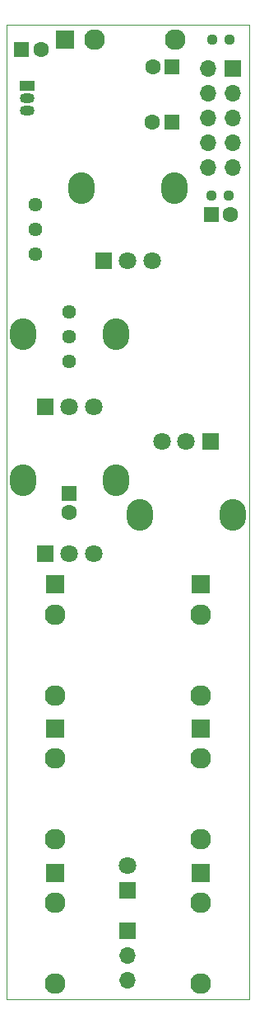
<source format=gbr>
%TF.GenerationSoftware,KiCad,Pcbnew,8.0.0*%
%TF.CreationDate,2024-08-08T14:00:08-07:00*%
%TF.ProjectId,vco,76636f2e-6b69-4636-9164-5f7063625858,rev?*%
%TF.SameCoordinates,Original*%
%TF.FileFunction,Soldermask,Top*%
%TF.FilePolarity,Negative*%
%FSLAX46Y46*%
G04 Gerber Fmt 4.6, Leading zero omitted, Abs format (unit mm)*
G04 Created by KiCad (PCBNEW 8.0.0) date 2024-08-08 14:00:08*
%MOMM*%
%LPD*%
G01*
G04 APERTURE LIST*
G04 Aperture macros list*
%AMRoundRect*
0 Rectangle with rounded corners*
0 $1 Rounding radius*
0 $2 $3 $4 $5 $6 $7 $8 $9 X,Y pos of 4 corners*
0 Add a 4 corners polygon primitive as box body*
4,1,4,$2,$3,$4,$5,$6,$7,$8,$9,$2,$3,0*
0 Add four circle primitives for the rounded corners*
1,1,$1+$1,$2,$3*
1,1,$1+$1,$4,$5*
1,1,$1+$1,$6,$7*
1,1,$1+$1,$8,$9*
0 Add four rect primitives between the rounded corners*
20,1,$1+$1,$2,$3,$4,$5,0*
20,1,$1+$1,$4,$5,$6,$7,0*
20,1,$1+$1,$6,$7,$8,$9,0*
20,1,$1+$1,$8,$9,$2,$3,0*%
G04 Aperture macros list end*
%ADD10RoundRect,0.237500X0.250000X0.237500X-0.250000X0.237500X-0.250000X-0.237500X0.250000X-0.237500X0*%
%ADD11RoundRect,0.237500X-0.250000X-0.237500X0.250000X-0.237500X0.250000X0.237500X-0.250000X0.237500X0*%
%ADD12R,1.600000X1.600000*%
%ADD13C,1.600000*%
%ADD14O,2.720000X3.240000*%
%ADD15R,1.800000X1.800000*%
%ADD16C,1.800000*%
%ADD17C,1.440000*%
%ADD18R,1.500000X1.050000*%
%ADD19O,1.500000X1.050000*%
%ADD20R,1.930000X1.830000*%
%ADD21C,2.130000*%
%ADD22R,1.700000X1.700000*%
%ADD23O,1.700000X1.700000*%
%ADD24R,1.830000X1.930000*%
%TA.AperFunction,Profile*%
%ADD25C,0.050000*%
%TD*%
G04 APERTURE END LIST*
D10*
%TO.C,FB2*%
X72912500Y-67500000D03*
X71087500Y-67500000D03*
%TD*%
D11*
%TO.C,FB1*%
X71175000Y-51500000D03*
X73000000Y-51500000D03*
%TD*%
D12*
%TO.C,C1*%
X56500000Y-98044888D03*
D13*
X56500000Y-100044888D03*
%TD*%
D14*
%TO.C,RV7*%
X51700000Y-96725000D03*
X61300000Y-96725000D03*
D15*
X54000000Y-104225000D03*
D16*
X56500000Y-104225000D03*
X59000000Y-104225000D03*
%TD*%
D17*
%TO.C,RV6*%
X53000000Y-68470000D03*
X53000000Y-71010000D03*
X53000000Y-73550000D03*
%TD*%
D14*
%TO.C,RV5*%
X57700000Y-66725000D03*
X67300000Y-66725000D03*
D15*
X60000000Y-74225000D03*
D16*
X62500000Y-74225000D03*
X65000000Y-74225000D03*
%TD*%
D14*
%TO.C,RV4*%
X51700000Y-81725000D03*
X61300000Y-81725000D03*
D15*
X54000000Y-89225000D03*
D16*
X56500000Y-89225000D03*
X59000000Y-89225000D03*
%TD*%
D17*
%TO.C,RV3*%
X56500000Y-79460000D03*
X56500000Y-82000000D03*
X56500000Y-84540000D03*
%TD*%
D14*
%TO.C,RV2*%
X73300000Y-100275000D03*
X63700000Y-100275000D03*
D15*
X71000000Y-92775000D03*
D16*
X68500000Y-92775000D03*
X66000000Y-92775000D03*
%TD*%
D18*
%TO.C,U5*%
X52140000Y-56230000D03*
D19*
X52140000Y-57500000D03*
X52140000Y-58770000D03*
%TD*%
D20*
%TO.C,J9*%
X70000000Y-107400000D03*
D21*
X70000000Y-118800000D03*
X70000000Y-110500000D03*
%TD*%
D20*
%TO.C,J8*%
X70000000Y-122200000D03*
D21*
X70000000Y-133600000D03*
X70000000Y-125300000D03*
%TD*%
D20*
%TO.C,J7*%
X70000000Y-137000000D03*
D21*
X70000000Y-148400000D03*
X70000000Y-140100000D03*
%TD*%
D22*
%TO.C,J6*%
X62500000Y-142975000D03*
D23*
X62500000Y-145515000D03*
X62500000Y-148055000D03*
%TD*%
D22*
%TO.C,J5*%
X73275000Y-54460000D03*
D23*
X70735000Y-54460000D03*
X73275000Y-57000000D03*
X70735000Y-57000000D03*
X73275000Y-59540000D03*
X70735000Y-59540000D03*
X73275000Y-62080000D03*
X70735000Y-62080000D03*
X73275000Y-64620000D03*
X70735000Y-64620000D03*
%TD*%
D20*
%TO.C,J4*%
X55000000Y-122200000D03*
D21*
X55000000Y-133600000D03*
X55000000Y-125300000D03*
%TD*%
D20*
%TO.C,J3*%
X55000000Y-107400000D03*
D21*
X55000000Y-118800000D03*
X55000000Y-110500000D03*
%TD*%
%TO.C,J2*%
X55000000Y-140100000D03*
X55000000Y-148400000D03*
D20*
X55000000Y-137000000D03*
%TD*%
D24*
%TO.C,J1*%
X56000000Y-51500000D03*
D21*
X67400000Y-51500000D03*
X59100000Y-51500000D03*
%TD*%
D15*
%TO.C,D1*%
X62500000Y-138775000D03*
D16*
X62500000Y-136235000D03*
%TD*%
D12*
%TO.C,C18*%
X51589775Y-52500000D03*
D13*
X53589775Y-52500000D03*
%TD*%
D12*
%TO.C,C17*%
X67010225Y-59999999D03*
D13*
X65010225Y-59999999D03*
%TD*%
D12*
%TO.C,C13*%
X71089775Y-69499999D03*
D13*
X73089775Y-69499999D03*
%TD*%
%TO.C,C12*%
X65055113Y-54344887D03*
D12*
X67055113Y-54344887D03*
%TD*%
D25*
X50000000Y-50000000D02*
X75000000Y-50000000D01*
X75000000Y-150000000D01*
X50000000Y-150000000D01*
X50000000Y-50000000D01*
M02*

</source>
